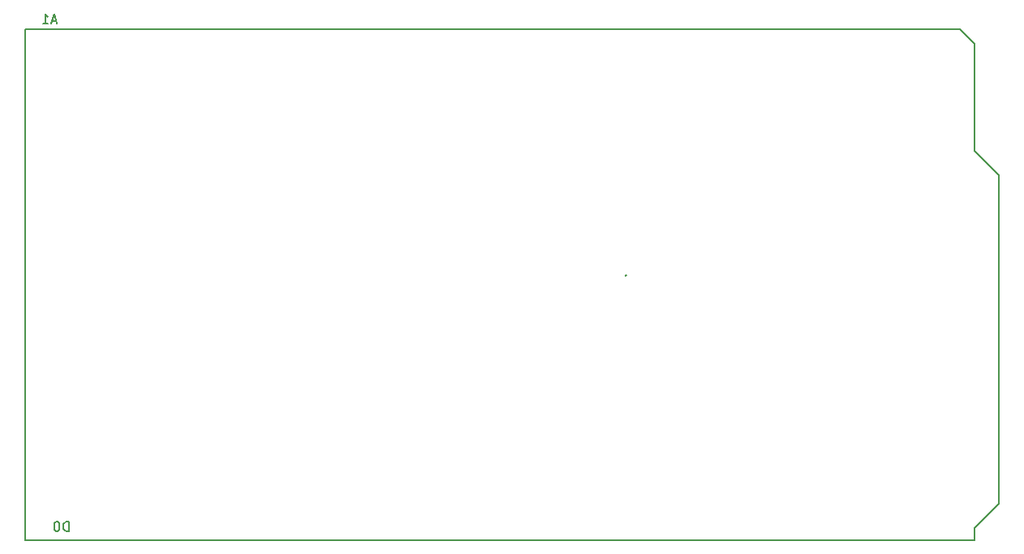
<source format=gbr>
%TF.GenerationSoftware,KiCad,Pcbnew,9.0.2*%
%TF.CreationDate,2025-06-29T11:55:11-05:00*%
%TF.ProjectId,k3ng-Rotator-v2,6b336e67-2d52-46f7-9461-746f722d7632,rev?*%
%TF.SameCoordinates,Original*%
%TF.FileFunction,Legend,Bot*%
%TF.FilePolarity,Positive*%
%FSLAX46Y46*%
G04 Gerber Fmt 4.6, Leading zero omitted, Abs format (unit mm)*
G04 Created by KiCad (PCBNEW 9.0.2) date 2025-06-29 11:55:11*
%MOMM*%
%LPD*%
G01*
G04 APERTURE LIST*
%ADD10C,0.150000*%
G04 APERTURE END LIST*
D10*
X86445785Y-56197341D02*
X85969595Y-56197341D01*
X86541023Y-56483056D02*
X86207690Y-55483056D01*
X86207690Y-55483056D02*
X85874357Y-56483056D01*
X85017214Y-56483056D02*
X85588642Y-56483056D01*
X85302928Y-56483056D02*
X85302928Y-55483056D01*
X85302928Y-55483056D02*
X85398166Y-55625913D01*
X85398166Y-55625913D02*
X85493404Y-55721151D01*
X85493404Y-55721151D02*
X85588642Y-55768770D01*
X87738094Y-109454819D02*
X87738094Y-108454819D01*
X87738094Y-108454819D02*
X87499999Y-108454819D01*
X87499999Y-108454819D02*
X87357142Y-108502438D01*
X87357142Y-108502438D02*
X87261904Y-108597676D01*
X87261904Y-108597676D02*
X87214285Y-108692914D01*
X87214285Y-108692914D02*
X87166666Y-108883390D01*
X87166666Y-108883390D02*
X87166666Y-109026247D01*
X87166666Y-109026247D02*
X87214285Y-109216723D01*
X87214285Y-109216723D02*
X87261904Y-109311961D01*
X87261904Y-109311961D02*
X87357142Y-109407200D01*
X87357142Y-109407200D02*
X87499999Y-109454819D01*
X87499999Y-109454819D02*
X87738094Y-109454819D01*
X86547618Y-108454819D02*
X86452380Y-108454819D01*
X86452380Y-108454819D02*
X86357142Y-108502438D01*
X86357142Y-108502438D02*
X86309523Y-108550057D01*
X86309523Y-108550057D02*
X86261904Y-108645295D01*
X86261904Y-108645295D02*
X86214285Y-108835771D01*
X86214285Y-108835771D02*
X86214285Y-109073866D01*
X86214285Y-109073866D02*
X86261904Y-109264342D01*
X86261904Y-109264342D02*
X86309523Y-109359580D01*
X86309523Y-109359580D02*
X86357142Y-109407200D01*
X86357142Y-109407200D02*
X86452380Y-109454819D01*
X86452380Y-109454819D02*
X86547618Y-109454819D01*
X86547618Y-109454819D02*
X86642856Y-109407200D01*
X86642856Y-109407200D02*
X86690475Y-109359580D01*
X86690475Y-109359580D02*
X86738094Y-109264342D01*
X86738094Y-109264342D02*
X86785713Y-109073866D01*
X86785713Y-109073866D02*
X86785713Y-108835771D01*
X86785713Y-108835771D02*
X86738094Y-108645295D01*
X86738094Y-108645295D02*
X86690475Y-108550057D01*
X86690475Y-108550057D02*
X86642856Y-108502438D01*
X86642856Y-108502438D02*
X86547618Y-108454819D01*
X145859325Y-82668558D02*
X145906944Y-82716178D01*
X145906944Y-82716178D02*
X145859325Y-82763797D01*
X145859325Y-82763797D02*
X145811706Y-82716178D01*
X145811706Y-82716178D02*
X145859325Y-82668558D01*
X145859325Y-82668558D02*
X145859325Y-82763797D01*
%TO.C,A1*%
X184791500Y-106574237D02*
X184791500Y-72284237D01*
X184791500Y-72284237D02*
X182251500Y-69744237D01*
X182251500Y-110384237D02*
X182251500Y-109114237D01*
X182251500Y-109114237D02*
X184791500Y-106574237D01*
X182251500Y-69744237D02*
X182251500Y-58568237D01*
X180727500Y-57044237D02*
X182251500Y-58568237D01*
X83191500Y-110384237D02*
X182251500Y-110384237D01*
X83191500Y-57044237D02*
X180727500Y-57044237D01*
X83191500Y-57044237D02*
X83191500Y-110384237D01*
%TD*%
M02*

</source>
